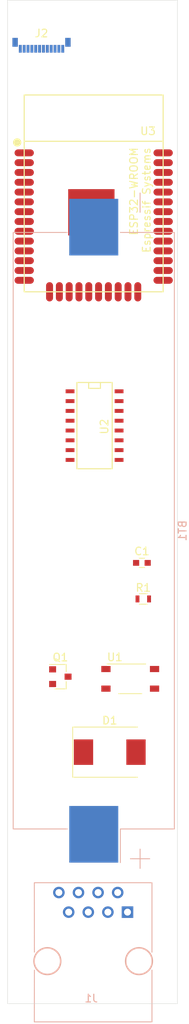
<source format=kicad_pcb>
(kicad_pcb (version 20171130) (host pcbnew "(5.1.4-0-10_14)")

  (general
    (thickness 1.6)
    (drawings 4)
    (tracks 0)
    (zones 0)
    (modules 10)
    (nets 5)
  )

  (page A4)
  (layers
    (0 F.Cu signal)
    (31 B.Cu signal)
    (32 B.Adhes user)
    (33 F.Adhes user)
    (34 B.Paste user)
    (35 F.Paste user)
    (36 B.SilkS user)
    (37 F.SilkS user)
    (38 B.Mask user)
    (39 F.Mask user)
    (40 Dwgs.User user)
    (41 Cmts.User user)
    (42 Eco1.User user)
    (43 Eco2.User user)
    (44 Edge.Cuts user)
    (45 Margin user)
    (46 B.CrtYd user)
    (47 F.CrtYd user)
    (48 B.Fab user)
    (49 F.Fab user)
  )

  (setup
    (last_trace_width 0.25)
    (trace_clearance 0.2)
    (zone_clearance 0.508)
    (zone_45_only no)
    (trace_min 0.2)
    (via_size 0.8)
    (via_drill 0.4)
    (via_min_size 0.4)
    (via_min_drill 0.3)
    (uvia_size 0.3)
    (uvia_drill 0.1)
    (uvias_allowed no)
    (uvia_min_size 0.2)
    (uvia_min_drill 0.1)
    (edge_width 0.05)
    (segment_width 0.2)
    (pcb_text_width 0.3)
    (pcb_text_size 1.5 1.5)
    (mod_edge_width 0.12)
    (mod_text_size 1 1)
    (mod_text_width 0.15)
    (pad_size 1.524 1.524)
    (pad_drill 0.762)
    (pad_to_mask_clearance 0.051)
    (solder_mask_min_width 0.25)
    (aux_axis_origin 0 0)
    (visible_elements FFFFFF7F)
    (pcbplotparams
      (layerselection 0x010fc_ffffffff)
      (usegerberextensions false)
      (usegerberattributes false)
      (usegerberadvancedattributes false)
      (creategerberjobfile false)
      (excludeedgelayer true)
      (linewidth 0.100000)
      (plotframeref false)
      (viasonmask false)
      (mode 1)
      (useauxorigin false)
      (hpglpennumber 1)
      (hpglpenspeed 20)
      (hpglpendiameter 15.000000)
      (psnegative false)
      (psa4output false)
      (plotreference true)
      (plotvalue true)
      (plotinvisibletext false)
      (padsonsilk false)
      (subtractmaskfromsilk false)
      (outputformat 1)
      (mirror false)
      (drillshape 1)
      (scaleselection 1)
      (outputdirectory ""))
  )

  (net 0 "")
  (net 1 "Net-(J2-PadA1)")
  (net 2 "Net-(J2-PadA4)")
  (net 3 "Net-(J2-PadS1)")
  (net 4 "Net-(U3-Pad1)")

  (net_class Default "Это класс цепей по умолчанию."
    (clearance 0.2)
    (trace_width 0.25)
    (via_dia 0.8)
    (via_drill 0.4)
    (uvia_dia 0.3)
    (uvia_drill 0.1)
    (add_net "Net-(J2-PadA1)")
    (add_net "Net-(J2-PadA4)")
    (add_net "Net-(J2-PadS1)")
    (add_net "Net-(U3-Pad1)")
  )

  (module Connectors_USB:USB_C_Plug_Molex_105444 (layer F.Cu) (tedit 5DE012B8) (tstamp 5DDFED1C)
    (at 142.3924 36.3347 180)
    (descr "Universal Serial Bus (USB) Shielded I/O Plug, Type C, Right Angle, Surface Mount, http://www.molex.com/pdm_docs/sd/1054440001_sd.pdf")
    (tags "USB Type-C Plug Edge Mount")
    (path /5DDFE750)
    (attr smd)
    (fp_text reference J2 (at 0 2.04) (layer F.SilkS)
      (effects (font (size 1 1) (thickness 0.15)))
    )
    (fp_text value USB_C_Receptacle (at 0 -1.96) (layer F.Fab) hide
      (effects (font (size 1 1) (thickness 0.15)))
    )
    (fp_line (start 4.3 1.96) (end -4.3 1.96) (layer F.CrtYd) (width 0.05))
    (fp_line (start 4.3 -1.46) (end -4.3 -1.46) (layer F.CrtYd) (width 0.05))
    (fp_line (start 4.3 1.96) (end 4.3 -1.46) (layer F.CrtYd) (width 0.05))
    (fp_line (start -3.35 0) (end -4.3 0) (layer F.Fab) (width 0.1))
    (fp_arc (start -3.35 -0.3) (end -3.05 -0.3) (angle 90) (layer F.Fab) (width 0.1))
    (fp_line (start -3.05 -0.66) (end -3.05 -0.3) (layer F.Fab) (width 0.1))
    (fp_arc (start 3.35 -0.3) (end 3.35 0) (angle 90) (layer F.Fab) (width 0.1))
    (fp_arc (start -2.75 -0.66) (end -3.05 -0.66) (angle 90) (layer F.Fab) (width 0.1))
    (fp_line (start -2.75 -0.96) (end 2.75 -0.96) (layer F.Fab) (width 0.1))
    (fp_arc (start 2.75 -0.66) (end 2.75 -0.96) (angle 90) (layer F.Fab) (width 0.1))
    (fp_line (start 3.05 -0.66) (end 3.05 -0.3) (layer F.Fab) (width 0.1))
    (fp_line (start 3.35 0) (end 4.3 0) (layer F.Fab) (width 0.1))
    (fp_text user "PCB Edge" (at 0 -0.96) (layer Dwgs.User)
      (effects (font (size 0.5 0.5) (thickness 0.08)))
    )
    (fp_line (start -4.3 1.96) (end -4.3 -1.46) (layer F.CrtYd) (width 0.05))
    (fp_text user %R (at 0 2.04) (layer F.Fab)
      (effects (font (size 1 1) (thickness 0.1)))
    )
    (pad B12 smd rect (at -2.75 0.04 180) (size 0.38 1) (layers B.Cu B.Paste B.Mask)
      (net 1 "Net-(J2-PadA1)"))
    (pad B11 smd rect (at -2.25 0.04 180) (size 0.38 1) (layers B.Cu B.Paste B.Mask))
    (pad B10 smd rect (at -1.75 0.04 180) (size 0.38 1) (layers B.Cu B.Paste B.Mask))
    (pad B9 smd rect (at -1.25 0.04 180) (size 0.38 1) (layers B.Cu B.Paste B.Mask)
      (net 2 "Net-(J2-PadA4)"))
    (pad B8 smd rect (at -0.75 0.04 180) (size 0.38 1) (layers B.Cu B.Paste B.Mask))
    (pad B5 smd rect (at 0.75 0.04 180) (size 0.38 1) (layers B.Cu B.Paste B.Mask))
    (pad B4 smd rect (at 1.25 0.04 180) (size 0.38 1) (layers B.Cu B.Paste B.Mask)
      (net 2 "Net-(J2-PadA4)"))
    (pad B3 smd rect (at 1.75 0.04 180) (size 0.38 1) (layers B.Cu B.Paste B.Mask))
    (pad B2 smd rect (at 2.25 0.04 180) (size 0.38 1) (layers B.Cu B.Paste B.Mask))
    (pad B1 smd rect (at 2.75 0.04 180) (size 0.38 1) (layers B.Cu B.Paste B.Mask)
      (net 1 "Net-(J2-PadA1)"))
    (pad S1 smd rect (at 3.42 0.88 180) (size 0.7 1.15) (layers B.Cu B.Paste B.Mask)
      (net 3 "Net-(J2-PadS1)"))
    (pad S1 smd rect (at -3.42 0.88 180) (size 0.7 1.15) (layers F.Cu F.Paste F.Mask)
      (net 3 "Net-(J2-PadS1)"))
    (pad A12 smd rect (at 2.75 0.04 180) (size 0.38 1) (layers F.Cu F.Paste F.Mask)
      (net 1 "Net-(J2-PadA1)"))
    (pad A11 smd rect (at 2.25 0.04 180) (size 0.38 1) (layers F.Cu F.Paste F.Mask))
    (pad A10 smd rect (at 1.75 0.04 180) (size 0.38 1) (layers F.Cu F.Paste F.Mask))
    (pad A9 smd rect (at 1.25 0.04 180) (size 0.38 1) (layers F.Cu F.Paste F.Mask)
      (net 2 "Net-(J2-PadA4)"))
    (pad A8 smd rect (at 0.75 0.04 180) (size 0.38 1) (layers F.Cu F.Paste F.Mask))
    (pad A7 smd rect (at 0.25 0.04 180) (size 0.38 1) (layers F.Cu F.Paste F.Mask))
    (pad A6 smd rect (at -0.25 0.04 180) (size 0.38 1) (layers F.Cu F.Paste F.Mask))
    (pad A5 smd rect (at -0.75 0.04 180) (size 0.38 1) (layers F.Cu F.Paste F.Mask))
    (pad A4 smd rect (at -1.25 0.04 180) (size 0.38 1) (layers F.Cu F.Paste F.Mask)
      (net 2 "Net-(J2-PadA4)"))
    (pad A3 smd rect (at -1.75 0.04 180) (size 0.38 1) (layers F.Cu F.Paste F.Mask))
    (pad A2 smd rect (at -2.25 0.04 180) (size 0.38 1) (layers F.Cu F.Paste F.Mask))
    (pad A1 smd rect (at -2.75 0.04 180) (size 0.38 1) (layers F.Cu F.Paste F.Mask)
      (net 1 "Net-(J2-PadA1)"))
    (pad B7 smd rect (at -0.24822 0.04 180) (size 0.38 1) (layers B.Cu B.Paste B.Mask))
    (pad B6 smd rect (at 0.25178 0.04 180) (size 0.38 1) (layers B.Cu B.Paste B.Mask))
    (pad S1 smd rect (at -3.42138 0.88138 180) (size 0.7 1.15) (layers B.Cu B.Paste B.Mask)
      (net 3 "Net-(J2-PadS1)"))
    (pad S1 smd rect (at 3.41884 0.88138 180) (size 0.7 1.15) (layers F.Cu F.Paste F.Mask)
      (net 3 "Net-(J2-PadS1)"))
    (model ${KISYS3DMOD}/Connectors_USB.3dshapes/USB_C_Plug_Molex_105444.wrl
      (at (xyz 0 0 0))
      (scale (xyz 1 1 1))
      (rotate (xyz 0 0 0))
    )
    (model ${KIPRJMOD}/3D/UT11123-1A5W0-7F.STEP
      (offset (xyz 0 -10 -1))
      (scale (xyz 1 1 1))
      (rotate (xyz -90 0 0))
    )
  )

  (module Capacitors_SMD:C_0603 (layer F.Cu) (tedit 59958EE7) (tstamp 5DE00AEB)
    (at 155.3965 102.8954)
    (descr "Capacitor SMD 0603, reflow soldering, AVX (see smccp.pdf)")
    (tags "capacitor 0603")
    (path /5DE09166)
    (attr smd)
    (fp_text reference C1 (at 0 -1.5) (layer F.SilkS)
      (effects (font (size 1 1) (thickness 0.15)))
    )
    (fp_text value C (at 0 1.5) (layer F.Fab)
      (effects (font (size 1 1) (thickness 0.15)))
    )
    (fp_text user %R (at 0 0) (layer F.Fab)
      (effects (font (size 0.3 0.3) (thickness 0.075)))
    )
    (fp_line (start -0.8 0.4) (end -0.8 -0.4) (layer F.Fab) (width 0.1))
    (fp_line (start 0.8 0.4) (end -0.8 0.4) (layer F.Fab) (width 0.1))
    (fp_line (start 0.8 -0.4) (end 0.8 0.4) (layer F.Fab) (width 0.1))
    (fp_line (start -0.8 -0.4) (end 0.8 -0.4) (layer F.Fab) (width 0.1))
    (fp_line (start -0.35 -0.6) (end 0.35 -0.6) (layer F.SilkS) (width 0.12))
    (fp_line (start 0.35 0.6) (end -0.35 0.6) (layer F.SilkS) (width 0.12))
    (fp_line (start -1.4 -0.65) (end 1.4 -0.65) (layer F.CrtYd) (width 0.05))
    (fp_line (start -1.4 -0.65) (end -1.4 0.65) (layer F.CrtYd) (width 0.05))
    (fp_line (start 1.4 0.65) (end 1.4 -0.65) (layer F.CrtYd) (width 0.05))
    (fp_line (start 1.4 0.65) (end -1.4 0.65) (layer F.CrtYd) (width 0.05))
    (pad 1 smd rect (at -0.75 0) (size 0.8 0.75) (layers F.Cu F.Paste F.Mask))
    (pad 2 smd rect (at 0.75 0) (size 0.8 0.75) (layers F.Cu F.Paste F.Mask))
    (model Capacitors_SMD.3dshapes/C_0603.wrl
      (at (xyz 0 0 0))
      (scale (xyz 1 1 1))
      (rotate (xyz 0 0 0))
    )
    (model ${KIPRJMOD}/3D/C_0603_1608Metric.step
      (at (xyz 0 0 0))
      (scale (xyz 1 1 1))
      (rotate (xyz 0 0 0))
    )
  )

  (module Connectors:RJ45_8 (layer B.Cu) (tedit 0) (tstamp 5DDFECF1)
    (at 153.5303 148.1455 180)
    (tags RJ45)
    (path /5DE01CA8)
    (fp_text reference J1 (at 4.7 -11.18) (layer B.SilkS)
      (effects (font (size 1 1) (thickness 0.15)) (justify mirror))
    )
    (fp_text value RJ45 (at 4.59 -6.25) (layer B.Fab)
      (effects (font (size 1 1) (thickness 0.15)) (justify mirror))
    )
    (fp_line (start 12.46 -14.47) (end -3.56 -14.47) (layer B.CrtYd) (width 0.05))
    (fp_line (start 12.46 -14.47) (end 12.46 4.06) (layer B.CrtYd) (width 0.05))
    (fp_line (start -3.56 4.06) (end -3.56 -14.47) (layer B.CrtYd) (width 0.05))
    (fp_line (start -3.56 4.06) (end 12.46 4.06) (layer B.CrtYd) (width 0.05))
    (fp_line (start -3.17 -7.51) (end -3.17 -14.22) (layer B.SilkS) (width 0.12))
    (fp_line (start 12.06 -7.52) (end 12.07 -14.22) (layer B.SilkS) (width 0.12))
    (fp_line (start -3.17 3.81) (end -3.17 -5.19) (layer B.SilkS) (width 0.12))
    (fp_line (start 12.07 3.81) (end -3.17 3.81) (layer B.SilkS) (width 0.12))
    (fp_line (start 12.07 3.81) (end 12.06 -5.18) (layer B.SilkS) (width 0.12))
    (fp_line (start -3.17 -14.22) (end 12.07 -14.22) (layer B.SilkS) (width 0.12))
    (pad 8 thru_hole circle (at 8.89 2.54 180) (size 1.5 1.5) (drill 0.9) (layers *.Cu *.Mask))
    (pad 7 thru_hole circle (at 7.62 0 180) (size 1.5 1.5) (drill 0.9) (layers *.Cu *.Mask))
    (pad 6 thru_hole circle (at 6.35 2.54 180) (size 1.5 1.5) (drill 0.9) (layers *.Cu *.Mask))
    (pad 5 thru_hole circle (at 5.08 0 180) (size 1.5 1.5) (drill 0.9) (layers *.Cu *.Mask))
    (pad 4 thru_hole circle (at 3.81 2.54 180) (size 1.5 1.5) (drill 0.9) (layers *.Cu *.Mask))
    (pad 3 thru_hole circle (at 2.54 0 180) (size 1.5 1.5) (drill 0.9) (layers *.Cu *.Mask))
    (pad 2 thru_hole circle (at 1.27 2.54 180) (size 1.5 1.5) (drill 0.9) (layers *.Cu *.Mask))
    (pad 1 thru_hole rect (at 0 0 180) (size 1.5 1.5) (drill 0.9) (layers *.Cu *.Mask))
    (pad Hole np_thru_hole circle (at -1.49 -6.35 180) (size 3.65 3.65) (drill 3.25) (layers *.Cu *.SilkS *.Mask))
    (pad Hole np_thru_hole circle (at 10.38 -6.35 180) (size 3.65 3.65) (drill 3.25) (layers *.Cu *.SilkS *.Mask))
    (model ${KISYS3DMOD}/Connectors.3dshapes/RJ45_8.wrl
      (offset (xyz 4.572 -6.35 0))
      (scale (xyz 0.4 0.4 0.4))
      (rotate (xyz 0 0 0))
    )
    (model "${KIPRJMOD}/3D/Cat5 Jack.STEP"
      (offset (xyz -3.5 3.7 0))
      (scale (xyz 1 1 1))
      (rotate (xyz 90 180 -90))
    )
  )

  (module Resistors_SMD:R_0603 (layer F.Cu) (tedit 58E0A804) (tstamp 5DDFED2D)
    (at 155.575 107.569)
    (descr "Resistor SMD 0603, reflow soldering, Vishay (see dcrcw.pdf)")
    (tags "resistor 0603")
    (path /5DE08747)
    (attr smd)
    (fp_text reference R1 (at 0 -1.45) (layer F.SilkS)
      (effects (font (size 1 1) (thickness 0.15)))
    )
    (fp_text value R (at 0 1.5) (layer F.Fab)
      (effects (font (size 1 1) (thickness 0.15)))
    )
    (fp_line (start 1.25 0.7) (end -1.25 0.7) (layer F.CrtYd) (width 0.05))
    (fp_line (start 1.25 0.7) (end 1.25 -0.7) (layer F.CrtYd) (width 0.05))
    (fp_line (start -1.25 -0.7) (end -1.25 0.7) (layer F.CrtYd) (width 0.05))
    (fp_line (start -1.25 -0.7) (end 1.25 -0.7) (layer F.CrtYd) (width 0.05))
    (fp_line (start -0.5 -0.68) (end 0.5 -0.68) (layer F.SilkS) (width 0.12))
    (fp_line (start 0.5 0.68) (end -0.5 0.68) (layer F.SilkS) (width 0.12))
    (fp_line (start -0.8 -0.4) (end 0.8 -0.4) (layer F.Fab) (width 0.1))
    (fp_line (start 0.8 -0.4) (end 0.8 0.4) (layer F.Fab) (width 0.1))
    (fp_line (start 0.8 0.4) (end -0.8 0.4) (layer F.Fab) (width 0.1))
    (fp_line (start -0.8 0.4) (end -0.8 -0.4) (layer F.Fab) (width 0.1))
    (fp_text user %R (at 0 0) (layer F.Fab)
      (effects (font (size 0.4 0.4) (thickness 0.075)))
    )
    (pad 2 smd rect (at 0.75 0) (size 0.5 0.9) (layers F.Cu F.Paste F.Mask))
    (pad 1 smd rect (at -0.75 0) (size 0.5 0.9) (layers F.Cu F.Paste F.Mask))
    (model ${KISYS3DMOD}/Resistors_SMD.3dshapes/R_0603.wrl
      (at (xyz 0 0 0))
      (scale (xyz 1 1 1))
      (rotate (xyz 0 0 0))
    )
    (model ${KIPRJMOD}/3D/R_0603_1608Metric.step
      (at (xyz 0 0 0))
      (scale (xyz 1 1 1))
      (rotate (xyz 0 0 0))
    )
  )

  (module SMD_Packages:SO-16-N (layer F.Cu) (tedit 0) (tstamp 5DE00803)
    (at 149.2631 85.1154 270)
    (descr "Module CMS SOJ 16 pins large")
    (tags "CMS SOJ")
    (path /5DE00C24)
    (attr smd)
    (fp_text reference U2 (at 0.127 -1.27 90) (layer F.SilkS)
      (effects (font (size 1 1) (thickness 0.15)))
    )
    (fp_text value CH340G (at 0 1.27 90) (layer F.Fab)
      (effects (font (size 1 1) (thickness 0.15)))
    )
    (fp_line (start -5.588 -2.286) (end 5.588 -2.286) (layer F.SilkS) (width 0.15))
    (fp_line (start -5.588 2.286) (end -5.588 -2.286) (layer F.SilkS) (width 0.15))
    (fp_line (start 5.588 2.286) (end -5.588 2.286) (layer F.SilkS) (width 0.15))
    (fp_line (start 5.588 -2.286) (end 5.588 2.286) (layer F.SilkS) (width 0.15))
    (fp_line (start -4.826 0.762) (end -5.588 0.762) (layer F.SilkS) (width 0.15))
    (fp_line (start -4.826 -0.762) (end -4.826 0.762) (layer F.SilkS) (width 0.15))
    (fp_line (start -5.588 -0.762) (end -4.826 -0.762) (layer F.SilkS) (width 0.15))
    (pad 15 smd rect (at -3.175 -3.175 270) (size 0.508 1.143) (layers F.Cu F.Paste F.Mask))
    (pad 1 smd rect (at -4.445 3.175 270) (size 0.508 1.143) (layers F.Cu F.Paste F.Mask))
    (pad 2 smd rect (at -3.175 3.175 270) (size 0.508 1.143) (layers F.Cu F.Paste F.Mask))
    (pad 3 smd rect (at -1.905 3.175 270) (size 0.508 1.143) (layers F.Cu F.Paste F.Mask))
    (pad 4 smd rect (at -0.635 3.175 270) (size 0.508 1.143) (layers F.Cu F.Paste F.Mask))
    (pad 5 smd rect (at 0.635 3.175 270) (size 0.508 1.143) (layers F.Cu F.Paste F.Mask))
    (pad 6 smd rect (at 1.905 3.175 270) (size 0.508 1.143) (layers F.Cu F.Paste F.Mask))
    (pad 7 smd rect (at 3.175 3.175 270) (size 0.508 1.143) (layers F.Cu F.Paste F.Mask))
    (pad 8 smd rect (at 4.445 3.175 270) (size 0.508 1.143) (layers F.Cu F.Paste F.Mask))
    (pad 9 smd rect (at 4.445 -3.175 270) (size 0.508 1.143) (layers F.Cu F.Paste F.Mask))
    (pad 10 smd rect (at 3.175 -3.175 270) (size 0.508 1.143) (layers F.Cu F.Paste F.Mask))
    (pad 11 smd rect (at 1.905 -3.175 270) (size 0.508 1.143) (layers F.Cu F.Paste F.Mask))
    (pad 12 smd rect (at 0.635 -3.175 270) (size 0.508 1.143) (layers F.Cu F.Paste F.Mask))
    (pad 13 smd rect (at -0.635 -3.175 270) (size 0.508 1.143) (layers F.Cu F.Paste F.Mask))
    (pad 14 smd rect (at -1.905 -3.175 270) (size 0.508 1.143) (layers F.Cu F.Paste F.Mask))
    (pad 16 smd rect (at -4.445 -3.175 270) (size 0.508 1.143) (layers F.Cu F.Paste F.Mask))
    (model ${KIPRJMOD}/3D/SOIC-16_3.9x9.9mm_P1.27mm.step
      (at (xyz 0 0 0))
      (scale (xyz 1 1 1))
      (rotate (xyz 0 0 -90))
    )
  )

  (module lib:ESP32-WROOM (layer F.Cu) (tedit 57D08EA8) (tstamp 5DE00836)
    (at 149.1488 55.0291 180)
    (path /5DE058E7)
    (fp_text reference U3 (at -7.0358 8.0645) (layer F.SilkS)
      (effects (font (size 1 1) (thickness 0.15)))
    )
    (fp_text value ESP32-WROOM-32 (at -10.7696 8.8265) (layer F.Fab) hide
      (effects (font (size 1 1) (thickness 0.15)))
    )
    (fp_text user "Espressif Systems" (at -6.858 -0.889 90) (layer F.SilkS)
      (effects (font (size 1 1) (thickness 0.15)))
    )
    (fp_circle (center 9.906 6.604) (end 10.033 6.858) (layer F.SilkS) (width 0.5))
    (fp_text user ESP32-WROOM (at -5.207 0.254 90) (layer F.SilkS)
      (effects (font (size 1 1) (thickness 0.15)))
    )
    (fp_line (start -9 6.75) (end 9 6.75) (layer F.SilkS) (width 0.15))
    (fp_line (start 9 12.75) (end 9 -12.75) (layer F.SilkS) (width 0.15))
    (fp_line (start -9 12.75) (end -9 -12.75) (layer F.SilkS) (width 0.15))
    (fp_line (start -9 -12.75) (end 9 -12.75) (layer F.SilkS) (width 0.15))
    (fp_line (start -9 12.75) (end 9 12.75) (layer F.SilkS) (width 0.15))
    (pad 38 smd oval (at -9 5.25 180) (size 2.5 0.9) (layers F.Cu F.Paste F.Mask)
      (net 4 "Net-(U3-Pad1)"))
    (pad 37 smd oval (at -9 3.98 180) (size 2.5 0.9) (layers F.Cu F.Paste F.Mask))
    (pad 36 smd oval (at -9 2.71 180) (size 2.5 0.9) (layers F.Cu F.Paste F.Mask))
    (pad 35 smd oval (at -9 1.44 180) (size 2.5 0.9) (layers F.Cu F.Paste F.Mask))
    (pad 34 smd oval (at -9 0.17 180) (size 2.5 0.9) (layers F.Cu F.Paste F.Mask))
    (pad 33 smd oval (at -9 -1.1 180) (size 2.5 0.9) (layers F.Cu F.Paste F.Mask))
    (pad 32 smd oval (at -9 -2.37 180) (size 2.5 0.9) (layers F.Cu F.Paste F.Mask))
    (pad 31 smd oval (at -9 -3.64 180) (size 2.5 0.9) (layers F.Cu F.Paste F.Mask))
    (pad 30 smd oval (at -9 -4.91 180) (size 2.5 0.9) (layers F.Cu F.Paste F.Mask))
    (pad 29 smd oval (at -9 -6.18 180) (size 2.5 0.9) (layers F.Cu F.Paste F.Mask))
    (pad 28 smd oval (at -9 -7.45 180) (size 2.5 0.9) (layers F.Cu F.Paste F.Mask))
    (pad 27 smd oval (at -9 -8.72 180) (size 2.5 0.9) (layers F.Cu F.Paste F.Mask))
    (pad 26 smd oval (at -9 -9.99 180) (size 2.5 0.9) (layers F.Cu F.Paste F.Mask))
    (pad 25 smd oval (at -9 -11.26 180) (size 2.5 0.9) (layers F.Cu F.Paste F.Mask))
    (pad 24 smd oval (at -5.715 -12.75 180) (size 0.9 2.5) (layers F.Cu F.Paste F.Mask))
    (pad 23 smd oval (at -4.445 -12.75 180) (size 0.9 2.5) (layers F.Cu F.Paste F.Mask))
    (pad 22 smd oval (at -3.175 -12.75 180) (size 0.9 2.5) (layers F.Cu F.Paste F.Mask))
    (pad 21 smd oval (at -1.905 -12.75 180) (size 0.9 2.5) (layers F.Cu F.Paste F.Mask))
    (pad 20 smd oval (at -0.635 -12.75 180) (size 0.9 2.5) (layers F.Cu F.Paste F.Mask))
    (pad 19 smd oval (at 0.635 -12.75 180) (size 0.9 2.5) (layers F.Cu F.Paste F.Mask))
    (pad 18 smd oval (at 1.905 -12.75 180) (size 0.9 2.5) (layers F.Cu F.Paste F.Mask))
    (pad 17 smd oval (at 3.175 -12.75 180) (size 0.9 2.5) (layers F.Cu F.Paste F.Mask))
    (pad 16 smd oval (at 4.445 -12.75 180) (size 0.9 2.5) (layers F.Cu F.Paste F.Mask))
    (pad 15 smd oval (at 5.715 -12.75 180) (size 0.9 2.5) (layers F.Cu F.Paste F.Mask)
      (net 4 "Net-(U3-Pad1)"))
    (pad 14 smd oval (at 9 -11.26 180) (size 2.5 0.9) (layers F.Cu F.Paste F.Mask))
    (pad 13 smd oval (at 9 -9.99 180) (size 2.5 0.9) (layers F.Cu F.Paste F.Mask))
    (pad 12 smd oval (at 9 -8.72 180) (size 2.5 0.9) (layers F.Cu F.Paste F.Mask))
    (pad 11 smd oval (at 9 -7.45 180) (size 2.5 0.9) (layers F.Cu F.Paste F.Mask))
    (pad 10 smd oval (at 9 -6.18 180) (size 2.5 0.9) (layers F.Cu F.Paste F.Mask))
    (pad 9 smd oval (at 9 -4.91 180) (size 2.5 0.9) (layers F.Cu F.Paste F.Mask))
    (pad 8 smd oval (at 9 -3.64 180) (size 2.5 0.9) (layers F.Cu F.Paste F.Mask))
    (pad 7 smd oval (at 9 -2.37 180) (size 2.5 0.9) (layers F.Cu F.Paste F.Mask))
    (pad 6 smd oval (at 9 -1.1 180) (size 2.5 0.9) (layers F.Cu F.Paste F.Mask))
    (pad 5 smd oval (at 9 0.17 180) (size 2.5 0.9) (layers F.Cu F.Paste F.Mask))
    (pad 4 smd oval (at 9 1.44 180) (size 2.5 0.9) (layers F.Cu F.Paste F.Mask))
    (pad 3 smd oval (at 9 2.71 180) (size 2.5 0.9) (layers F.Cu F.Paste F.Mask))
    (pad 2 smd oval (at 9 3.98 180) (size 2.5 0.9) (layers F.Cu F.Paste F.Mask))
    (pad 1 smd oval (at 9 5.25 180) (size 2.5 0.9) (layers F.Cu F.Paste F.Mask)
      (net 4 "Net-(U3-Pad1)"))
    (pad 39 smd rect (at 0.3 -2.45 180) (size 6 6) (layers F.Cu F.Paste F.Mask))
    (model "${KIPRJMOD}/3D/ESP32 - WROOM - 32.step"
      (offset (xyz 10 -3.5 17))
      (scale (xyz 1 1 1))
      (rotate (xyz 0 0 180))
    )
  )

  (module Diodes_SMD:D_SMC (layer F.Cu) (tedit 5864295D) (tstamp 5DE024C9)
    (at 151.2316 127.4191)
    (descr "Diode SMC (DO-214AB)")
    (tags "Diode SMC (DO-214AB)")
    (path /5DE056AB)
    (attr smd)
    (fp_text reference D1 (at 0 -4.1) (layer F.SilkS)
      (effects (font (size 1 1) (thickness 0.15)))
    )
    (fp_text value B340 (at 0 4.2) (layer F.Fab)
      (effects (font (size 1 1) (thickness 0.15)))
    )
    (fp_line (start -4.8 -3.25) (end 3.6 -3.25) (layer F.SilkS) (width 0.12))
    (fp_line (start -4.8 3.25) (end 3.6 3.25) (layer F.SilkS) (width 0.12))
    (fp_line (start -0.64944 0.00102) (end 0.50118 -0.79908) (layer F.Fab) (width 0.1))
    (fp_line (start -0.64944 0.00102) (end 0.50118 0.75032) (layer F.Fab) (width 0.1))
    (fp_line (start 0.50118 0.75032) (end 0.50118 -0.79908) (layer F.Fab) (width 0.1))
    (fp_line (start -0.64944 -0.79908) (end -0.64944 0.80112) (layer F.Fab) (width 0.1))
    (fp_line (start 0.50118 0.00102) (end 1.4994 0.00102) (layer F.Fab) (width 0.1))
    (fp_line (start -0.64944 0.00102) (end -1.55114 0.00102) (layer F.Fab) (width 0.1))
    (fp_line (start -4.9 3.35) (end -4.9 -3.35) (layer F.CrtYd) (width 0.05))
    (fp_line (start 4.9 3.35) (end -4.9 3.35) (layer F.CrtYd) (width 0.05))
    (fp_line (start 4.9 -3.35) (end 4.9 3.35) (layer F.CrtYd) (width 0.05))
    (fp_line (start -4.9 -3.35) (end 4.9 -3.35) (layer F.CrtYd) (width 0.05))
    (fp_line (start 3.55 -3.1) (end -3.55 -3.1) (layer F.Fab) (width 0.1))
    (fp_line (start 3.55 -3.1) (end 3.55 3.1) (layer F.Fab) (width 0.1))
    (fp_line (start -3.55 3.1) (end -3.55 -3.1) (layer F.Fab) (width 0.1))
    (fp_line (start 3.55 3.1) (end -3.55 3.1) (layer F.Fab) (width 0.1))
    (fp_line (start -4.8 3.25) (end -4.8 -3.25) (layer F.SilkS) (width 0.12))
    (fp_text user %R (at 0 -1.9) (layer F.Fab)
      (effects (font (size 1 1) (thickness 0.15)))
    )
    (pad 2 smd rect (at 3.4 0 90) (size 3.3 2.5) (layers F.Cu F.Paste F.Mask))
    (pad 1 smd rect (at -3.4 0 90) (size 3.3 2.5) (layers F.Cu F.Paste F.Mask))
    (model ${KISYS3DMOD}/Diodes_SMD.3dshapes/D_SMC.wrl
      (at (xyz 0 0 0))
      (scale (xyz 1 1 1))
      (rotate (xyz 0 0 0))
    )
    (model ${KIPRJMOD}/3D/D_SMC.step
      (at (xyz 0 0 0))
      (scale (xyz 1 1 1))
      (rotate (xyz 0 0 0))
    )
  )

  (module TO_SOT_Packages_SMD:SOT-23 (layer F.Cu) (tedit 58CE4E7E) (tstamp 5DE00F59)
    (at 144.8308 117.6401)
    (descr "SOT-23, Standard")
    (tags SOT-23)
    (path /5DE0126B)
    (attr smd)
    (fp_text reference Q1 (at 0 -2.5) (layer F.SilkS)
      (effects (font (size 1 1) (thickness 0.15)))
    )
    (fp_text value DMG2301L (at 0 2.5) (layer F.Fab)
      (effects (font (size 1 1) (thickness 0.15)))
    )
    (fp_line (start 0.76 1.58) (end -0.7 1.58) (layer F.SilkS) (width 0.12))
    (fp_line (start 0.76 -1.58) (end -1.4 -1.58) (layer F.SilkS) (width 0.12))
    (fp_line (start -1.7 1.75) (end -1.7 -1.75) (layer F.CrtYd) (width 0.05))
    (fp_line (start 1.7 1.75) (end -1.7 1.75) (layer F.CrtYd) (width 0.05))
    (fp_line (start 1.7 -1.75) (end 1.7 1.75) (layer F.CrtYd) (width 0.05))
    (fp_line (start -1.7 -1.75) (end 1.7 -1.75) (layer F.CrtYd) (width 0.05))
    (fp_line (start 0.76 -1.58) (end 0.76 -0.65) (layer F.SilkS) (width 0.12))
    (fp_line (start 0.76 1.58) (end 0.76 0.65) (layer F.SilkS) (width 0.12))
    (fp_line (start -0.7 1.52) (end 0.7 1.52) (layer F.Fab) (width 0.1))
    (fp_line (start 0.7 -1.52) (end 0.7 1.52) (layer F.Fab) (width 0.1))
    (fp_line (start -0.7 -0.95) (end -0.15 -1.52) (layer F.Fab) (width 0.1))
    (fp_line (start -0.15 -1.52) (end 0.7 -1.52) (layer F.Fab) (width 0.1))
    (fp_line (start -0.7 -0.95) (end -0.7 1.5) (layer F.Fab) (width 0.1))
    (fp_text user %R (at 0 0 90) (layer F.Fab)
      (effects (font (size 0.5 0.5) (thickness 0.075)))
    )
    (pad 3 smd rect (at 1 0) (size 0.9 0.8) (layers F.Cu F.Paste F.Mask))
    (pad 2 smd rect (at -1 0.95) (size 0.9 0.8) (layers F.Cu F.Paste F.Mask))
    (pad 1 smd rect (at -1 -0.95) (size 0.9 0.8) (layers F.Cu F.Paste F.Mask))
    (model ${KISYS3DMOD}/TO_SOT_Packages_SMD.3dshapes/SOT-23.wrl
      (at (xyz 0 0 0))
      (scale (xyz 1 1 1))
      (rotate (xyz 0 0 0))
    )
    (model ${KIPRJMOD}/3D/D_SOT-23.step
      (at (xyz 0 0 0))
      (scale (xyz 1 1 1))
      (rotate (xyz 0 0 0))
    )
  )

  (module Housings_SSOP:MFSOP6-4_4.4x3.6mm_Pitch1.27mm (layer F.Cu) (tedit 59993F32) (tstamp 5DE00F6D)
    (at 153.8859 117.9195)
    (descr https://toshiba.semicon-storage.com/ap-en/design-support/package/detail.4pin%20MFSOP6.html)
    (tags "MFSOP 4 pin SMD")
    (path /5DE02E3A)
    (attr smd)
    (fp_text reference U1 (at -2 -2.8) (layer F.SilkS)
      (effects (font (size 1 1) (thickness 0.15)))
    )
    (fp_text value TLP127 (at 0 2.921) (layer F.Fab)
      (effects (font (size 1 1) (thickness 0.15)))
    )
    (fp_line (start 4 2.05) (end -4 2.05) (layer F.CrtYd) (width 0.05))
    (fp_line (start 4 2.05) (end 4 -2.05) (layer F.CrtYd) (width 0.05))
    (fp_line (start -4 -2.05) (end -4 2.05) (layer F.CrtYd) (width 0.05))
    (fp_line (start -4 -2.05) (end 4 -2.05) (layer F.CrtYd) (width 0.05))
    (fp_line (start -2.2 -0.8) (end -2.2 1.8) (layer F.Fab) (width 0.12))
    (fp_line (start -1.2 -1.8) (end -2.2 -0.8) (layer F.Fab) (width 0.12))
    (fp_line (start 2.2 -1.8) (end -1.2 -1.8) (layer F.Fab) (width 0.12))
    (fp_line (start 2.2 1.8) (end 2.2 -1.8) (layer F.Fab) (width 0.12))
    (fp_line (start -2.2 1.8) (end 2.2 1.8) (layer F.Fab) (width 0.12))
    (fp_line (start -3 -1.92) (end 2 -1.92) (layer F.SilkS) (width 0.12))
    (fp_line (start 1.5 1.92) (end -1.5 1.92) (layer F.SilkS) (width 0.12))
    (fp_text user %R (at 0 0) (layer F.Fab)
      (effects (font (size 0.75 0.75) (thickness 0.15)))
    )
    (pad 1 smd rect (at -3.15 -1.27) (size 1.2 0.8) (layers F.Cu F.Paste F.Mask))
    (pad 4 smd rect (at 3.15 1.27) (size 1.2 0.8) (layers F.Cu F.Paste F.Mask))
    (pad 3 smd rect (at -3.15 1.27) (size 1.2 0.8) (layers F.Cu F.Paste F.Mask))
    (pad 6 smd rect (at 3.15 -1.27) (size 1.2 0.8) (layers F.Cu F.Paste F.Mask))
    (model ${KISYS3DMOD}/Housings_SSOP.3dshapes/MFSOP6-4_4.4x3.6mm_Pitch1.27mm.wrl
      (at (xyz 0 0 0))
      (scale (xyz 1 1 1))
      (rotate (xyz 0 0 0))
    )
    (model ${KIPRJMOD}/3D/MFSOP6-4_4.4x3.6mm_P1.27mm.step
      (at (xyz 0 0 0))
      (scale (xyz 1 1 1))
      (rotate (xyz 0 0 0))
    )
  )

  (module Battery_Holders:Keystone_1042_1x18650 (layer B.Cu) (tedit 5A033499) (tstamp 5DE023FF)
    (at 149.1615 98.7298 90)
    (descr "Battery holder for 18650 cylindrical cells http://www.keyelco.com/product.cfm/product_id/918")
    (tags "18650 Keystone 1042 Li-ion")
    (path /5DE03CD4)
    (attr smd)
    (fp_text reference BT1 (at 0 11.5 270) (layer B.SilkS)
      (effects (font (size 1 1) (thickness 0.15)) (justify mirror))
    )
    (fp_text value Battery_Cell (at 0 -11.3 270) (layer B.Fab)
      (effects (font (size 1 1) (thickness 0.15)) (justify mirror))
    )
    (fp_line (start -42.5 4.75) (end -42.5 7.25) (layer B.SilkS) (width 0.12))
    (fp_line (start -43.75 6) (end -41.25 6) (layer B.SilkS) (width 0.12))
    (fp_line (start -39.03 -3.68) (end -43.5 -3.68) (layer B.CrtYd) (width 0.05))
    (fp_line (start -43.5 -3.68) (end -43.5 3.68) (layer B.CrtYd) (width 0.05))
    (fp_line (start -43.5 3.68) (end -39.03 3.68) (layer B.CrtYd) (width 0.05))
    (fp_line (start 43.5 3.68) (end 39.03 3.68) (layer B.CrtYd) (width 0.05))
    (fp_line (start 39.03 -3.68) (end 43.5 -3.68) (layer B.CrtYd) (width 0.05))
    (fp_line (start -39.03 10.83) (end -39.03 3.68) (layer B.CrtYd) (width 0.05))
    (fp_line (start -39.03 -10.83) (end -39.03 -3.68) (layer B.CrtYd) (width 0.05))
    (fp_line (start 39.03 10.83) (end 39.03 3.68) (layer B.CrtYd) (width 0.05))
    (fp_line (start -39.03 10.83) (end 39.03 10.83) (layer B.CrtYd) (width 0.05))
    (fp_line (start -39.03 -10.83) (end 39.03 -10.83) (layer B.CrtYd) (width 0.05))
    (fp_line (start 38.53 10.33) (end 38.53 -10.33) (layer B.Fab) (width 0.1))
    (fp_line (start -33.3675 10.33) (end 38.53 10.33) (layer B.Fab) (width 0.1))
    (fp_line (start 43.75 6) (end 41.25 6) (layer B.SilkS) (width 0.12))
    (fp_line (start -38.53 5.1675) (end -38.53 -10.33) (layer B.Fab) (width 0.1))
    (fp_line (start -38.53 -10.33) (end 38.53 -10.33) (layer B.Fab) (width 0.1))
    (fp_line (start 38.64 3.44) (end 38.64 10.42) (layer B.SilkS) (width 0.12))
    (fp_line (start 38.64 10.44) (end -38.64 10.44) (layer B.SilkS) (width 0.12))
    (fp_line (start -38.64 10.44) (end -38.64 3.44) (layer B.SilkS) (width 0.12))
    (fp_line (start 38.64 -3.44) (end 38.64 -10.44) (layer B.SilkS) (width 0.12))
    (fp_line (start 38.64 -10.44) (end -38.64 -10.44) (layer B.SilkS) (width 0.12))
    (fp_line (start -38.64 -10.44) (end -38.64 -3.44) (layer B.SilkS) (width 0.12))
    (fp_text user %R (at 0 0 270) (layer B.Fab)
      (effects (font (size 1 1) (thickness 0.15)) (justify mirror))
    )
    (fp_line (start 39.03 -10.83) (end 39.03 -3.68) (layer B.CrtYd) (width 0.05))
    (fp_line (start 43.5 -3.68) (end 43.5 3.68) (layer B.CrtYd) (width 0.05))
    (fp_line (start -38.64 3.44) (end -43 3.44) (layer B.SilkS) (width 0.12))
    (fp_line (start -33.3675 10.33) (end -38.53 5.1675) (layer B.Fab) (width 0.1))
    (pad "" np_thru_hole circle (at -35.93 8 90) (size 2.39 2.39) (drill 2.39) (layers *.Cu *.Mask))
    (pad "" np_thru_hole circle (at -27.6 -8 90) (size 3.45 3.45) (drill 3.45) (layers *.Cu *.Mask))
    (pad "" np_thru_hole circle (at 27.6 8 90) (size 3.45 3.45) (drill 3.45) (layers *.Cu *.Mask))
    (pad 2 smd rect (at 39.33 0 90) (size 7.34 6.35) (layers B.Cu B.Paste B.Mask))
    (pad 1 smd rect (at -39.33 0 90) (size 7.34 6.35) (layers B.Cu B.Paste B.Mask))
    (model ${KISYS3DMOD}/Battery_Holders.3dshapes/Keystone_1042_1x18650.wrl
      (at (xyz 0 0 0))
      (scale (xyz 1 1 1))
      (rotate (xyz 0 0 0))
    )
    (model ${KIPRJMOD}/3D/BatteryHolder_Keystone_1042_1x18650.step
      (at (xyz 0 0 0))
      (scale (xyz 1 1 1))
      (rotate (xyz 0 0 0))
    )
  )

  (gr_line (start 138 160) (end 160 160) (layer Edge.Cuts) (width 0.05) (tstamp 5DE01ADE))
  (gr_line (start 138 30) (end 138 160) (layer Edge.Cuts) (width 0.05) (tstamp 5DE01ADC))
  (gr_line (start 160 30) (end 160 160) (layer Edge.Cuts) (width 0.05))
  (gr_line (start 138 30) (end 160 30) (layer Edge.Cuts) (width 0.05))

)

</source>
